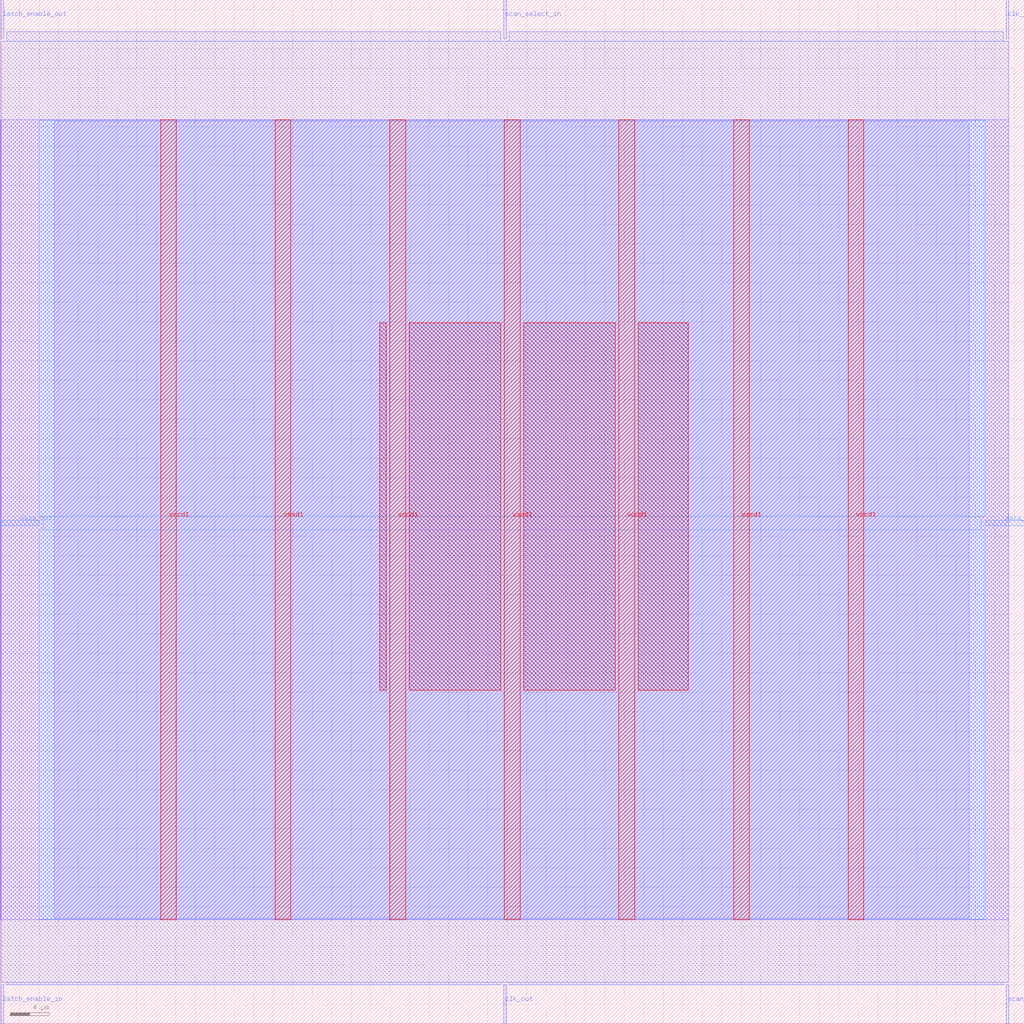
<source format=lef>
VERSION 5.7 ;
  NOWIREEXTENSIONATPIN ON ;
  DIVIDERCHAR "/" ;
  BUSBITCHARS "[]" ;
MACRO scan_wrapper_341457494561784402
  CLASS BLOCK ;
  FOREIGN scan_wrapper_341457494561784402 ;
  ORIGIN 0.000 0.000 ;
  SIZE 105.000 BY 105.000 ;
  PIN clk_in
    DIRECTION INPUT ;
    USE SIGNAL ;
    PORT
      LAYER met2 ;
        RECT 103.130 101.000 103.410 105.000 ;
    END
  END clk_in
  PIN clk_out
    DIRECTION OUTPUT TRISTATE ;
    USE SIGNAL ;
    PORT
      LAYER met2 ;
        RECT 51.610 0.000 51.890 4.000 ;
    END
  END clk_out
  PIN data_in
    DIRECTION INPUT ;
    USE SIGNAL ;
    PORT
      LAYER met3 ;
        RECT 101.000 51.040 105.000 51.640 ;
    END
  END data_in
  PIN data_out
    DIRECTION OUTPUT TRISTATE ;
    USE SIGNAL ;
    PORT
      LAYER met3 ;
        RECT 0.000 51.040 4.000 51.640 ;
    END
  END data_out
  PIN latch_enable_in
    DIRECTION INPUT ;
    USE SIGNAL ;
    PORT
      LAYER met2 ;
        RECT 0.090 0.000 0.370 4.000 ;
    END
  END latch_enable_in
  PIN latch_enable_out
    DIRECTION OUTPUT TRISTATE ;
    USE SIGNAL ;
    PORT
      LAYER met2 ;
        RECT 0.090 101.000 0.370 105.000 ;
    END
  END latch_enable_out
  PIN scan_select_in
    DIRECTION INPUT ;
    USE SIGNAL ;
    PORT
      LAYER met2 ;
        RECT 51.610 101.000 51.890 105.000 ;
    END
  END scan_select_in
  PIN scan_select_out
    DIRECTION OUTPUT TRISTATE ;
    USE SIGNAL ;
    PORT
      LAYER met2 ;
        RECT 103.130 0.000 103.410 4.000 ;
    END
  END scan_select_out
  PIN vccd1
    DIRECTION INOUT ;
    USE POWER ;
    PORT
      LAYER met4 ;
        RECT 16.465 10.640 18.065 92.720 ;
    END
    PORT
      LAYER met4 ;
        RECT 39.955 10.640 41.555 92.720 ;
    END
    PORT
      LAYER met4 ;
        RECT 63.445 10.640 65.045 92.720 ;
    END
    PORT
      LAYER met4 ;
        RECT 86.935 10.640 88.535 92.720 ;
    END
  END vccd1
  PIN vssd1
    DIRECTION INOUT ;
    USE GROUND ;
    PORT
      LAYER met4 ;
        RECT 28.210 10.640 29.810 92.720 ;
    END
    PORT
      LAYER met4 ;
        RECT 51.700 10.640 53.300 92.720 ;
    END
    PORT
      LAYER met4 ;
        RECT 75.190 10.640 76.790 92.720 ;
    END
  END vssd1
  OBS
      LAYER li1 ;
        RECT 5.520 10.795 99.360 92.565 ;
      LAYER met1 ;
        RECT 0.070 10.640 103.430 92.720 ;
      LAYER met2 ;
        RECT 0.650 100.720 51.330 101.730 ;
        RECT 52.170 100.720 102.850 101.730 ;
        RECT 0.100 4.280 103.400 100.720 ;
        RECT 0.650 4.000 51.330 4.280 ;
        RECT 52.170 4.000 102.850 4.280 ;
      LAYER met3 ;
        RECT 4.000 52.040 101.000 92.645 ;
        RECT 4.400 50.640 100.600 52.040 ;
        RECT 4.000 10.715 101.000 50.640 ;
      LAYER met4 ;
        RECT 38.935 34.175 39.555 71.905 ;
        RECT 41.955 34.175 51.300 71.905 ;
        RECT 53.700 34.175 63.045 71.905 ;
        RECT 65.445 34.175 70.545 71.905 ;
  END
END scan_wrapper_341457494561784402
END LIBRARY


</source>
